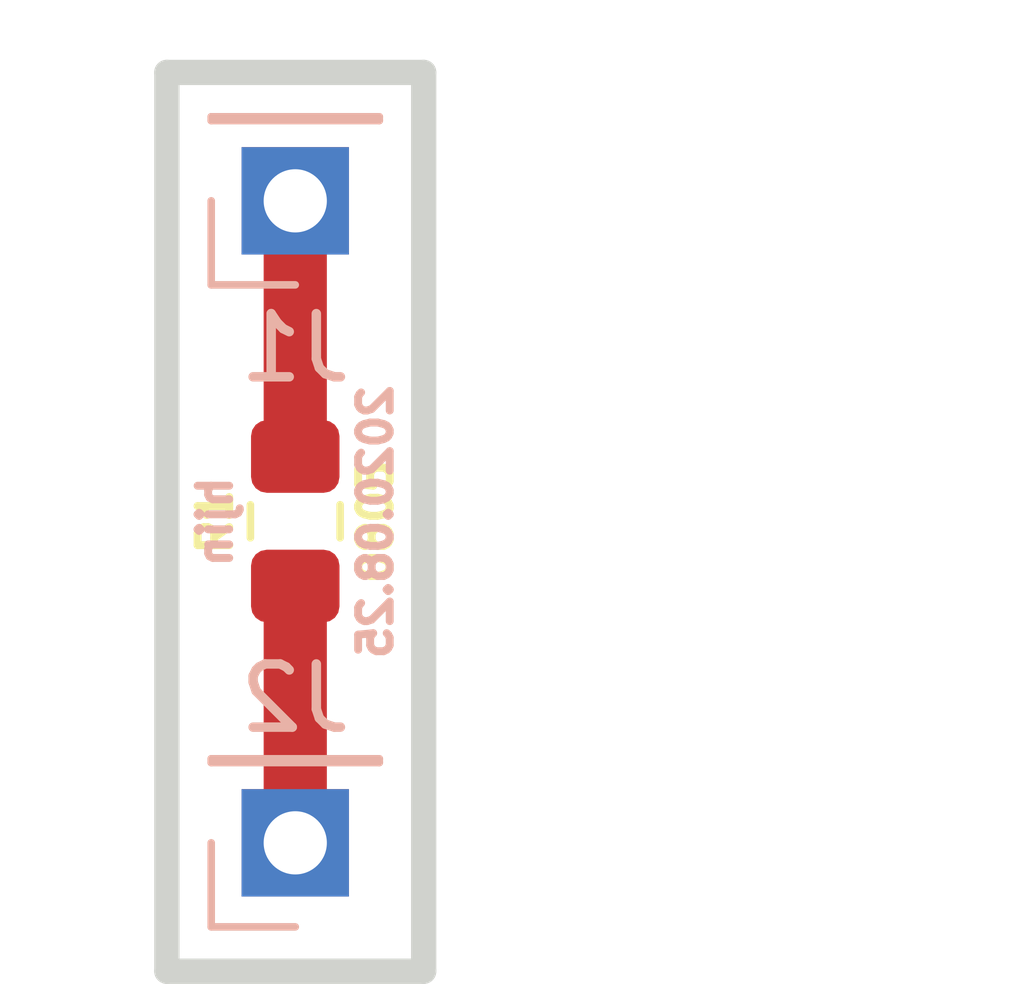
<source format=kicad_pcb>
(kicad_pcb (version 20171130) (host pcbnew "(5.1.6-0-10_14)")

  (general
    (thickness 1.6)
    (drawings 8)
    (tracks 2)
    (zones 0)
    (modules 3)
    (nets 3)
  )

  (page A4)
  (layers
    (0 F.Cu signal)
    (31 B.Cu signal)
    (32 B.Adhes user)
    (33 F.Adhes user)
    (34 B.Paste user)
    (35 F.Paste user)
    (36 B.SilkS user)
    (37 F.SilkS user)
    (38 B.Mask user)
    (39 F.Mask user)
    (40 Dwgs.User user)
    (41 Cmts.User user)
    (42 Eco1.User user)
    (43 Eco2.User user)
    (44 Edge.Cuts user)
    (45 Margin user)
    (46 B.CrtYd user)
    (47 F.CrtYd user)
    (48 B.Fab user)
    (49 F.Fab user)
  )

  (setup
    (last_trace_width 0.25)
    (trace_clearance 0.2)
    (zone_clearance 0.508)
    (zone_45_only no)
    (trace_min 0.2)
    (via_size 0.8)
    (via_drill 0.4)
    (via_min_size 0.4)
    (via_min_drill 0.3)
    (uvia_size 0.3)
    (uvia_drill 0.1)
    (uvias_allowed no)
    (uvia_min_size 0.2)
    (uvia_min_drill 0.1)
    (edge_width 0.05)
    (segment_width 0.2)
    (pcb_text_width 0.3)
    (pcb_text_size 1.5 1.5)
    (mod_edge_width 0.12)
    (mod_text_size 1 1)
    (mod_text_width 0.15)
    (pad_size 1.524 1.524)
    (pad_drill 0.762)
    (pad_to_mask_clearance 0.05)
    (aux_axis_origin 0 0)
    (visible_elements FFFFFF7F)
    (pcbplotparams
      (layerselection 0x010fc_ffffffff)
      (usegerberextensions true)
      (usegerberattributes true)
      (usegerberadvancedattributes true)
      (creategerberjobfile true)
      (excludeedgelayer true)
      (linewidth 0.100000)
      (plotframeref false)
      (viasonmask false)
      (mode 1)
      (useauxorigin false)
      (hpglpennumber 1)
      (hpglpenspeed 20)
      (hpglpendiameter 15.000000)
      (psnegative false)
      (psa4output false)
      (plotreference true)
      (plotvalue true)
      (plotinvisibletext false)
      (padsonsilk false)
      (subtractmaskfromsilk false)
      (outputformat 1)
      (mirror false)
      (drillshape 0)
      (scaleselection 1)
      (outputdirectory "gerber/"))
  )

  (net 0 "")
  (net 1 "Net-(J1-Pad1)")
  (net 2 "Net-(J2-Pad1)")

  (net_class Default "This is the default net class."
    (clearance 0.2)
    (trace_width 0.25)
    (via_dia 0.8)
    (via_drill 0.4)
    (uvia_dia 0.3)
    (uvia_drill 0.1)
    (add_net "Net-(J1-Pad1)")
    (add_net "Net-(J2-Pad1)")
  )

  (module Connector_PinHeader_2.54mm:PinHeader_1x01_P2.54mm_Vertical (layer B.Cu) (tedit 59FED5CC) (tstamp 5F4484A3)
    (at 157.48 45.72)
    (descr "Through hole straight pin header, 1x01, 2.54mm pitch, single row")
    (tags "Through hole pin header THT 1x01 2.54mm single row")
    (path /5F44D4C6)
    (fp_text reference J1 (at 0 2.33) (layer B.SilkS)
      (effects (font (size 1 1) (thickness 0.15)) (justify mirror))
    )
    (fp_text value Conn_01x01 (at 0 -2.33) (layer B.Fab)
      (effects (font (size 1 1) (thickness 0.15)) (justify mirror))
    )
    (fp_line (start 1.8 1.8) (end -1.8 1.8) (layer B.CrtYd) (width 0.05))
    (fp_line (start 1.8 -1.8) (end 1.8 1.8) (layer B.CrtYd) (width 0.05))
    (fp_line (start -1.8 -1.8) (end 1.8 -1.8) (layer B.CrtYd) (width 0.05))
    (fp_line (start -1.8 1.8) (end -1.8 -1.8) (layer B.CrtYd) (width 0.05))
    (fp_line (start -1.33 1.33) (end 0 1.33) (layer B.SilkS) (width 0.12))
    (fp_line (start -1.33 0) (end -1.33 1.33) (layer B.SilkS) (width 0.12))
    (fp_line (start -1.33 -1.27) (end 1.33 -1.27) (layer B.SilkS) (width 0.12))
    (fp_line (start 1.33 -1.27) (end 1.33 -1.33) (layer B.SilkS) (width 0.12))
    (fp_line (start -1.33 -1.27) (end -1.33 -1.33) (layer B.SilkS) (width 0.12))
    (fp_line (start -1.33 -1.33) (end 1.33 -1.33) (layer B.SilkS) (width 0.12))
    (fp_line (start -1.27 0.635) (end -0.635 1.27) (layer B.Fab) (width 0.1))
    (fp_line (start -1.27 -1.27) (end -1.27 0.635) (layer B.Fab) (width 0.1))
    (fp_line (start 1.27 -1.27) (end -1.27 -1.27) (layer B.Fab) (width 0.1))
    (fp_line (start 1.27 1.27) (end 1.27 -1.27) (layer B.Fab) (width 0.1))
    (fp_line (start -0.635 1.27) (end 1.27 1.27) (layer B.Fab) (width 0.1))
    (fp_text user %R (at 0 0 90) (layer F.Fab)
      (effects (font (size 1 1) (thickness 0.15)))
    )
    (pad 1 thru_hole rect (at 0 0) (size 1.7 1.7) (drill 1) (layers *.Cu *.Mask)
      (net 1 "Net-(J1-Pad1)"))
    (model ${KISYS3DMOD}/Connector_PinHeader_2.54mm.3dshapes/PinHeader_1x01_P2.54mm_Vertical.wrl
      (at (xyz 0 0 0))
      (scale (xyz 1 1 1))
      (rotate (xyz 0 0 0))
    )
  )

  (module Connector_PinHeader_2.54mm:PinHeader_1x01_P2.54mm_Vertical (layer B.Cu) (tedit 59FED5CC) (tstamp 5F44873B)
    (at 157.48 55.88)
    (descr "Through hole straight pin header, 1x01, 2.54mm pitch, single row")
    (tags "Through hole pin header THT 1x01 2.54mm single row")
    (path /5F44D979)
    (fp_text reference J2 (at 0 -2.286) (layer B.SilkS)
      (effects (font (size 1 1) (thickness 0.15)) (justify mirror))
    )
    (fp_text value Conn_01x01 (at 0 -2.33) (layer B.Fab)
      (effects (font (size 1 1) (thickness 0.15)) (justify mirror))
    )
    (fp_text user %R (at 0 0 -90) (layer B.Fab)
      (effects (font (size 1 1) (thickness 0.15)) (justify mirror))
    )
    (fp_line (start -0.635 1.27) (end 1.27 1.27) (layer B.Fab) (width 0.1))
    (fp_line (start 1.27 1.27) (end 1.27 -1.27) (layer B.Fab) (width 0.1))
    (fp_line (start 1.27 -1.27) (end -1.27 -1.27) (layer B.Fab) (width 0.1))
    (fp_line (start -1.27 -1.27) (end -1.27 0.635) (layer B.Fab) (width 0.1))
    (fp_line (start -1.27 0.635) (end -0.635 1.27) (layer B.Fab) (width 0.1))
    (fp_line (start -1.33 -1.33) (end 1.33 -1.33) (layer B.SilkS) (width 0.12))
    (fp_line (start -1.33 -1.27) (end -1.33 -1.33) (layer B.SilkS) (width 0.12))
    (fp_line (start 1.33 -1.27) (end 1.33 -1.33) (layer B.SilkS) (width 0.12))
    (fp_line (start -1.33 -1.27) (end 1.33 -1.27) (layer B.SilkS) (width 0.12))
    (fp_line (start -1.33 0) (end -1.33 1.33) (layer B.SilkS) (width 0.12))
    (fp_line (start -1.33 1.33) (end 0 1.33) (layer B.SilkS) (width 0.12))
    (fp_line (start -1.8 1.8) (end -1.8 -1.8) (layer B.CrtYd) (width 0.05))
    (fp_line (start -1.8 -1.8) (end 1.8 -1.8) (layer B.CrtYd) (width 0.05))
    (fp_line (start 1.8 -1.8) (end 1.8 1.8) (layer B.CrtYd) (width 0.05))
    (fp_line (start 1.8 1.8) (end -1.8 1.8) (layer B.CrtYd) (width 0.05))
    (pad 1 thru_hole rect (at 0 0) (size 1.7 1.7) (drill 1) (layers *.Cu *.Mask)
      (net 2 "Net-(J2-Pad1)"))
    (model ${KISYS3DMOD}/Connector_PinHeader_2.54mm.3dshapes/PinHeader_1x01_P2.54mm_Vertical.wrl
      (at (xyz 0 0 0))
      (scale (xyz 1 1 1))
      (rotate (xyz 0 0 0))
    )
  )

  (module Resistor_SMD:R_0805_2012Metric_Pad1.15x1.40mm_HandSolder (layer F.Cu) (tedit 5B36C52B) (tstamp 5F448641)
    (at 157.48 50.791 270)
    (descr "Resistor SMD 0805 (2012 Metric), square (rectangular) end terminal, IPC_7351 nominal with elongated pad for handsoldering. (Body size source: https://docs.google.com/spreadsheets/d/1BsfQQcO9C6DZCsRaXUlFlo91Tg2WpOkGARC1WS5S8t0/edit?usp=sharing), generated with kicad-footprint-generator")
    (tags "resistor handsolder")
    (path /5F44CEA1)
    (attr smd)
    (fp_text reference R1 (at 0.009 1.27 90) (layer F.SilkS)
      (effects (font (size 0.5 0.5) (thickness 0.125)))
    )
    (fp_text value R (at 0 1.65 90) (layer F.Fab)
      (effects (font (size 1 1) (thickness 0.15)))
    )
    (fp_line (start 1.85 0.95) (end -1.85 0.95) (layer F.CrtYd) (width 0.05))
    (fp_line (start 1.85 -0.95) (end 1.85 0.95) (layer F.CrtYd) (width 0.05))
    (fp_line (start -1.85 -0.95) (end 1.85 -0.95) (layer F.CrtYd) (width 0.05))
    (fp_line (start -1.85 0.95) (end -1.85 -0.95) (layer F.CrtYd) (width 0.05))
    (fp_line (start -0.261252 0.71) (end 0.261252 0.71) (layer F.SilkS) (width 0.12))
    (fp_line (start -0.261252 -0.71) (end 0.261252 -0.71) (layer F.SilkS) (width 0.12))
    (fp_line (start 1 0.6) (end -1 0.6) (layer F.Fab) (width 0.1))
    (fp_line (start 1 -0.6) (end 1 0.6) (layer F.Fab) (width 0.1))
    (fp_line (start -1 -0.6) (end 1 -0.6) (layer F.Fab) (width 0.1))
    (fp_line (start -1 0.6) (end -1 -0.6) (layer F.Fab) (width 0.1))
    (fp_text user %R (at 0 0 90) (layer F.Fab)
      (effects (font (size 0.5 0.5) (thickness 0.08)))
    )
    (pad 1 smd roundrect (at -1.025 0 270) (size 1.15 1.4) (layers F.Cu F.Paste F.Mask) (roundrect_rratio 0.217391)
      (net 1 "Net-(J1-Pad1)"))
    (pad 2 smd roundrect (at 1.025 0 270) (size 1.15 1.4) (layers F.Cu F.Paste F.Mask) (roundrect_rratio 0.217391)
      (net 2 "Net-(J2-Pad1)"))
    (model ${KISYS3DMOD}/Resistor_SMD.3dshapes/R_0805_2012Metric.wrl
      (at (xyz 0 0 0))
      (scale (xyz 1 1 1))
      (rotate (xyz 0 0 0))
    )
  )

  (gr_text hjin (at 156.21 50.8 90) (layer B.SilkS)
    (effects (font (size 0.5 0.5) (thickness 0.125)) (justify mirror))
  )
  (gr_text 2020.08.25 (at 158.75 50.8 90) (layer B.SilkS)
    (effects (font (size 0.5 0.5) (thickness 0.125)) (justify mirror))
  )
  (gr_line (start 155.448 57.912) (end 155.448 43.688) (layer Edge.Cuts) (width 0.4) (tstamp 5F448811))
  (gr_line (start 159.512 57.912) (end 155.448 57.912) (layer Edge.Cuts) (width 0.4))
  (gr_line (start 159.512 43.688) (end 159.512 57.912) (layer Edge.Cuts) (width 0.4))
  (gr_line (start 155.448 43.688) (end 159.512 43.688) (layer Edge.Cuts) (width 0.4))
  (gr_text 0805 (at 158.75 50.8 90) (layer F.SilkS)
    (effects (font (size 0.5 0.5) (thickness 0.125)))
  )
  (dimension 10.16 (width 0.15) (layer Dwgs.User)
    (gr_text "0.4000 in" (at 167.67 50.8 270) (layer Dwgs.User)
      (effects (font (size 1 1) (thickness 0.15)))
    )
    (feature1 (pts (xy 162.56 55.88) (xy 166.956421 55.88)))
    (feature2 (pts (xy 162.56 45.72) (xy 166.956421 45.72)))
    (crossbar (pts (xy 166.37 45.72) (xy 166.37 55.88)))
    (arrow1a (pts (xy 166.37 55.88) (xy 165.783579 54.753496)))
    (arrow1b (pts (xy 166.37 55.88) (xy 166.956421 54.753496)))
    (arrow2a (pts (xy 166.37 45.72) (xy 165.783579 46.846504)))
    (arrow2b (pts (xy 166.37 45.72) (xy 166.956421 46.846504)))
  )

  (segment (start 157.48 49.766) (end 157.48 45.72) (width 1) (layer F.Cu) (net 1))
  (segment (start 157.48 51.816) (end 157.48 55.88) (width 1) (layer F.Cu) (net 2))

)

</source>
